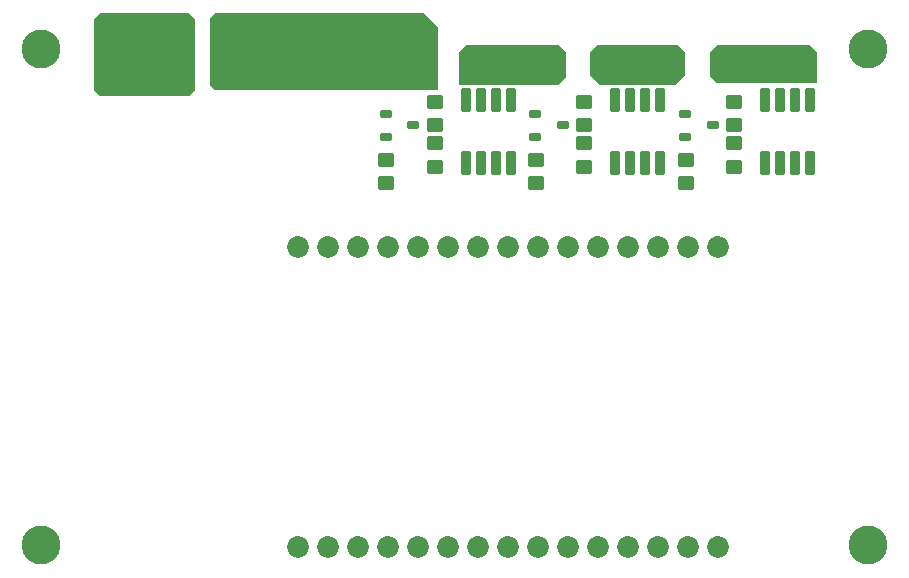
<source format=gbs>
G04*
G04 #@! TF.GenerationSoftware,Altium Limited,Altium Designer,20.2.7 (254)*
G04*
G04 Layer_Color=16711935*
%FSLAX44Y44*%
%MOMM*%
G71*
G04*
G04 #@! TF.SameCoordinates,755CDBE2-D8D4-478F-80D2-7ADFAB3A315B*
G04*
G04*
G04 #@! TF.FilePolarity,Negative*
G04*
G01*
G75*
%ADD11C,1.8500*%
%ADD12C,3.3000*%
%ADD13C,2.1000*%
G04:AMPARAMS|DCode=23|XSize=0.7mm|YSize=1.1mm|CornerRadius=0.15mm|HoleSize=0mm|Usage=FLASHONLY|Rotation=270.000|XOffset=0mm|YOffset=0mm|HoleType=Round|Shape=RoundedRectangle|*
%AMROUNDEDRECTD23*
21,1,0.7000,0.8000,0,0,270.0*
21,1,0.4000,1.1000,0,0,270.0*
1,1,0.3000,-0.4000,-0.2000*
1,1,0.3000,-0.4000,0.2000*
1,1,0.3000,0.4000,0.2000*
1,1,0.3000,0.4000,-0.2000*
%
%ADD23ROUNDEDRECTD23*%
G04:AMPARAMS|DCode=24|XSize=1.2mm|YSize=1.35mm|CornerRadius=0.16mm|HoleSize=0mm|Usage=FLASHONLY|Rotation=270.000|XOffset=0mm|YOffset=0mm|HoleType=Round|Shape=RoundedRectangle|*
%AMROUNDEDRECTD24*
21,1,1.2000,1.0300,0,0,270.0*
21,1,0.8800,1.3500,0,0,270.0*
1,1,0.3200,-0.5150,-0.4400*
1,1,0.3200,-0.5150,0.4400*
1,1,0.3200,0.5150,0.4400*
1,1,0.3200,0.5150,-0.4400*
%
%ADD24ROUNDEDRECTD24*%
G04:AMPARAMS|DCode=25|XSize=0.92mm|YSize=2mm|CornerRadius=0.172mm|HoleSize=0mm|Usage=FLASHONLY|Rotation=0.000|XOffset=0mm|YOffset=0mm|HoleType=Round|Shape=RoundedRectangle|*
%AMROUNDEDRECTD25*
21,1,0.9200,1.6560,0,0,0.0*
21,1,0.5760,2.0000,0,0,0.0*
1,1,0.3440,0.2880,-0.8280*
1,1,0.3440,-0.2880,-0.8280*
1,1,0.3440,-0.2880,0.8280*
1,1,0.3440,0.2880,0.8280*
%
%ADD25ROUNDEDRECTD25*%
G36*
X85000Y485000D02*
X90000Y490000D01*
Y490000D01*
X165000D01*
X170000Y485000D01*
Y427500D01*
X170000Y427500D01*
Y425000D01*
X165000Y420000D01*
X90000D01*
X85000Y425000D01*
Y485000D01*
D02*
G37*
G36*
X183000Y429500D02*
X187500Y425000D01*
X376000D01*
X376000Y478524D01*
X364524Y490000D01*
X187500Y490000D01*
X183000Y485500D01*
X183000Y429500D01*
D02*
G37*
G36*
X394000Y457000D02*
X400000Y463000D01*
X478000D01*
X484000Y457000D01*
Y435000D01*
X478000Y429000D01*
X394000D01*
Y457000D01*
D02*
G37*
G36*
X505000D02*
X511000Y463000D01*
X579000D01*
X585000Y457000D01*
Y437000D01*
X577000Y429000D01*
X513000D01*
X505000Y437000D01*
Y457000D01*
D02*
G37*
G36*
X612000Y431000D02*
X606000Y437000D01*
Y457000D01*
X612000Y463000D01*
X691000D01*
X696500Y457500D01*
Y431000D01*
X612000D01*
D02*
G37*
D11*
X282600Y38000D02*
D03*
X308000D02*
D03*
X333400D02*
D03*
X358800D02*
D03*
X257200D02*
D03*
X409600D02*
D03*
X384200D02*
D03*
X435000D02*
D03*
X460400D02*
D03*
X485800D02*
D03*
X511200D02*
D03*
X562000D02*
D03*
X536600D02*
D03*
X612800D02*
D03*
X587400D02*
D03*
X282600Y292000D02*
D03*
X308000D02*
D03*
X333400D02*
D03*
X358800D02*
D03*
X257200D02*
D03*
X409600D02*
D03*
X384200D02*
D03*
X435000D02*
D03*
X460400D02*
D03*
X485800D02*
D03*
X511200D02*
D03*
X562000D02*
D03*
X536600D02*
D03*
X612800D02*
D03*
X587400D02*
D03*
D12*
X740000Y40000D02*
D03*
Y460000D02*
D03*
X40000D02*
D03*
Y40000D02*
D03*
D13*
X420000Y445000D02*
D03*
X520000D02*
D03*
X470000D02*
D03*
X620000D02*
D03*
X670000D02*
D03*
X570000D02*
D03*
X272500D02*
D03*
X347500D02*
D03*
X122500D02*
D03*
X197500D02*
D03*
D23*
X608500Y395000D02*
D03*
X585500Y404500D02*
D03*
Y385500D02*
D03*
X481500Y395000D02*
D03*
X458500Y404500D02*
D03*
Y385500D02*
D03*
X355000Y395000D02*
D03*
X332000Y404500D02*
D03*
Y385500D02*
D03*
D24*
X627000Y415000D02*
D03*
Y395000D02*
D03*
X586000Y366000D02*
D03*
Y346000D02*
D03*
X627000Y380000D02*
D03*
Y360000D02*
D03*
X500000Y380000D02*
D03*
Y360000D02*
D03*
X459000Y366000D02*
D03*
Y346000D02*
D03*
X500000Y415000D02*
D03*
Y395000D02*
D03*
X332000Y366000D02*
D03*
Y346000D02*
D03*
X373500Y380000D02*
D03*
Y360000D02*
D03*
Y415000D02*
D03*
Y395000D02*
D03*
D25*
X691050Y363500D02*
D03*
X678350D02*
D03*
X665650D02*
D03*
X652950D02*
D03*
X691050Y416500D02*
D03*
X678350D02*
D03*
X665650D02*
D03*
X652950D02*
D03*
X564050Y363500D02*
D03*
X551350D02*
D03*
X538650D02*
D03*
X525950D02*
D03*
X564050Y416500D02*
D03*
X551350D02*
D03*
X538650D02*
D03*
X525950D02*
D03*
X437550Y363500D02*
D03*
X424850D02*
D03*
X412150D02*
D03*
X399450D02*
D03*
X437550Y416500D02*
D03*
X424850D02*
D03*
X412150D02*
D03*
X399450D02*
D03*
M02*

</source>
